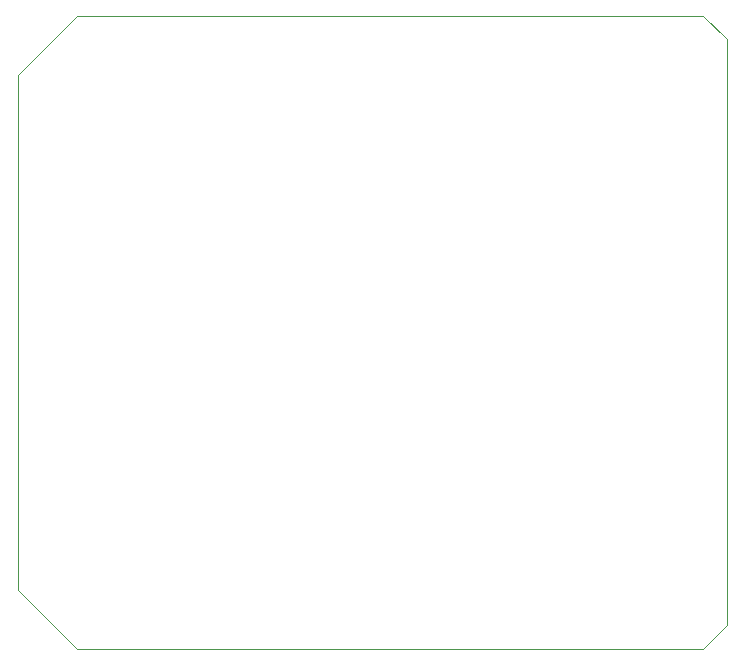
<source format=gm1>
G04 #@! TF.GenerationSoftware,KiCad,Pcbnew,5.1.4+dfsg1-2*
G04 #@! TF.CreationDate,2019-11-27T21:42:57+01:00*
G04 #@! TF.ProjectId,theroof,74686572-6f6f-4662-9e6b-696361645f70,rev?*
G04 #@! TF.SameCoordinates,Original*
G04 #@! TF.FileFunction,Profile,NP*
%FSLAX46Y46*%
G04 Gerber Fmt 4.6, Leading zero omitted, Abs format (unit mm)*
G04 Created by KiCad (PCBNEW 5.1.4+dfsg1-2) date 2019-11-27 21:42:57*
%MOMM*%
%LPD*%
G04 APERTURE LIST*
%ADD10C,0.050000*%
G04 APERTURE END LIST*
D10*
X185000000Y-113800000D02*
X183000000Y-115800000D01*
X183000000Y-62200000D02*
X185000000Y-64200000D01*
X130000000Y-62200000D02*
X183000000Y-62200000D01*
X125000000Y-67200000D02*
X130000000Y-62200000D01*
X125000000Y-110800000D02*
X125000000Y-67200000D01*
X130000000Y-115800000D02*
X125000000Y-110800000D01*
X183000000Y-115800000D02*
X130000000Y-115800000D01*
X185000000Y-64200000D02*
X185000000Y-113800000D01*
M02*

</source>
